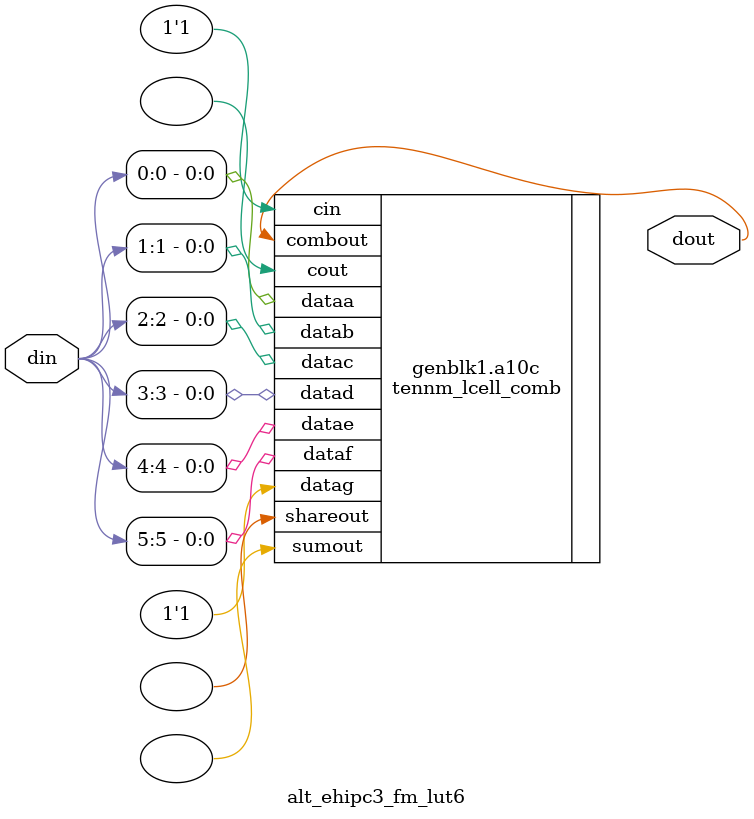
<source format=v>


`timescale 1ns / 1ps
// synthesis translate_on

module alt_ehipc3_fm_lut6 #(
    parameter MASK = 64'h80000000_00000000,
    parameter SIM_EMULATE = 1'b0
) (
    input [5:0] din,
    output dout
);

generate
    if (SIM_EMULATE) begin
        assign dout = MASK [din];
    end else begin
        //Note: the S5 cell is 99% the same, and compatible
        //stratixv_lcell_comb a10c (
 
        tennm_lcell_comb a10c (
            .dataa (din[0]),
            .datab (din[1]),
            .datac (din[2]),
            .datad (din[3]),
            .datae (din[4]),
            .dataf (din[5]),
            .datag(1'b1),
            
            .cin(1'b1),
            
            
            // synthesis translate_off
            // this is for stratix 10 (fourteen) but not the others
            .datah(1'b1),
                        
            // this does not exist in S10, but is partially there in the models right this second
            .sharein(1'b0),
            // synthesis translate_on
            
            .sumout(),.cout(),.shareout(),
            .combout(dout)
        );
        defparam a10c .lut_mask = MASK;
        defparam a10c .shared_arith = "off";
        defparam a10c .extended_lut = "off";
    end
endgenerate

endmodule
`ifdef QUESTA_INTEL_OEM
`pragma questa_oem_00 "iNcmQeM5R+2wXyQcrIvK9Aed2O3DNv4QGFTpmcaGURS3nf96+gCegtWg50e6rleWE64VT4+790Ghs95mog/VHoEYybDIGn5EoWfqpEPzBOW06ogVsMbRm79acU6L09a0INNw7swJhWgHQdzl07TrCbOuFN5j/YV4soVomm30RbpyPicKqaC/jMGdl00awWTRKYI/LlUWB2031x5qz4fwVbhj6DvZKYVLlQLmylj6M7tCBT2jROsGLavv3+BL7vl1EpIIGlnhiHA+KWQ1FwSaMsTUi0krt28Gstwa1/k2mpTPP+WEIbJdLDnMBqrZIilRfJcPoqjQRcea08130ADlGdtNolg1PGbo1pBq43OfLF5f/V4R4q/Bcay1BP6SOH9zL6FU+1iaPJ3ApApHo3n4SbkrqQemkv0YceE78c/Gl8V5YkbocLAb2uIJ4es8gCZzsmpIv4LnmbYKU+0LqR74wqRpZrCvYv4xsdqp3VGlOjELKgkhFoXztnSA7sUbP3wb6R56EU9lDjKm8RMDtWTECsoiuWaC5xdHEjzFyEdycbLjyzuvVOZ573mpdd5sS8+6OW1hmE8Gj2PrN3VLLNN9sTCCvLBVG5R9fG/iI+b+7J9Zp+I6CEcIwEPdqwAxNB3gamE4Pmwf322b0vqQsutdNb15+eSgX4nJjfL1r/H0vQX4eN+tW9dqqCs/WHo3YYkpNxip7UFuMmvIYfS042CtISNvSaig48Rf5u4UwgK2T/UUeITZ1IPpE+8/Gwx+K7+6pDsVDVnXsSREQr9L9fg4MJkEhXWfPypQ7Ld2F71o2bZKEWKe4Cq2eB9SFe2T34pthKjKbRdHhv3efgGdfyOMnMZS+So+GJNr3xvDveYWGd7WmfU5SihVbC2xVbYW5fGWdS9kc92r9Seu6h7Aabng1+hou1L+uOeYCeUxlYwSe6BDbtm2M7weRvcPGJZvlay1kkJuw00lS/a/LHubPJN35DvHo3/Ds15lYPqJ3d36SyKewKj6Ihmbfm7o5y9oZHsN"
`endif
</source>
